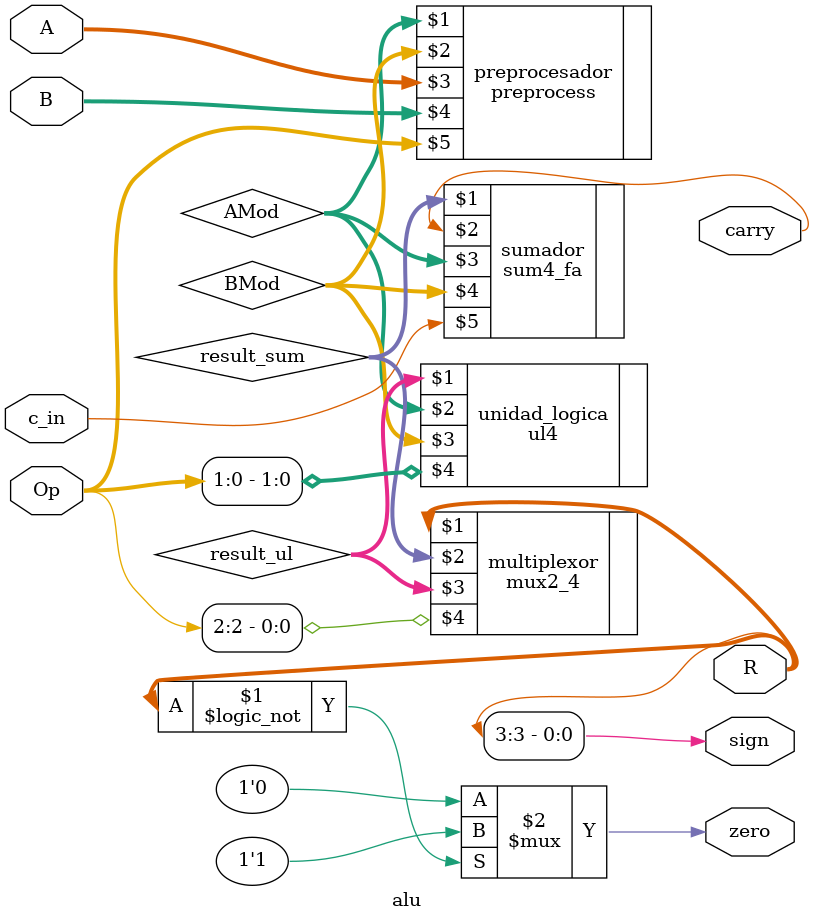
<source format=v>
module alu(output wire [3:0] R, output wire zero, carry, sign, input wire [3:0] A, B, input wire c_in, input wire [2:0] Op);
  wire [3:0] AMod, BMod, result_sum, result_ul;

  preprocess preprocesador (AMod, BMod, A, B, Op);
  sum4_fa sumador (result_sum, carry, AMod, BMod, c_in);
  ul4 unidad_logica (result_ul, AMod, BMod, Op[1:0]);
  mux2_4 multiplexor (R, result_sum, result_ul, Op[2]);

  assign sign = R[3];
  assign zero = (R == 4'b0000) ? 1'b1 : 1'b0;
endmodule
</source>
